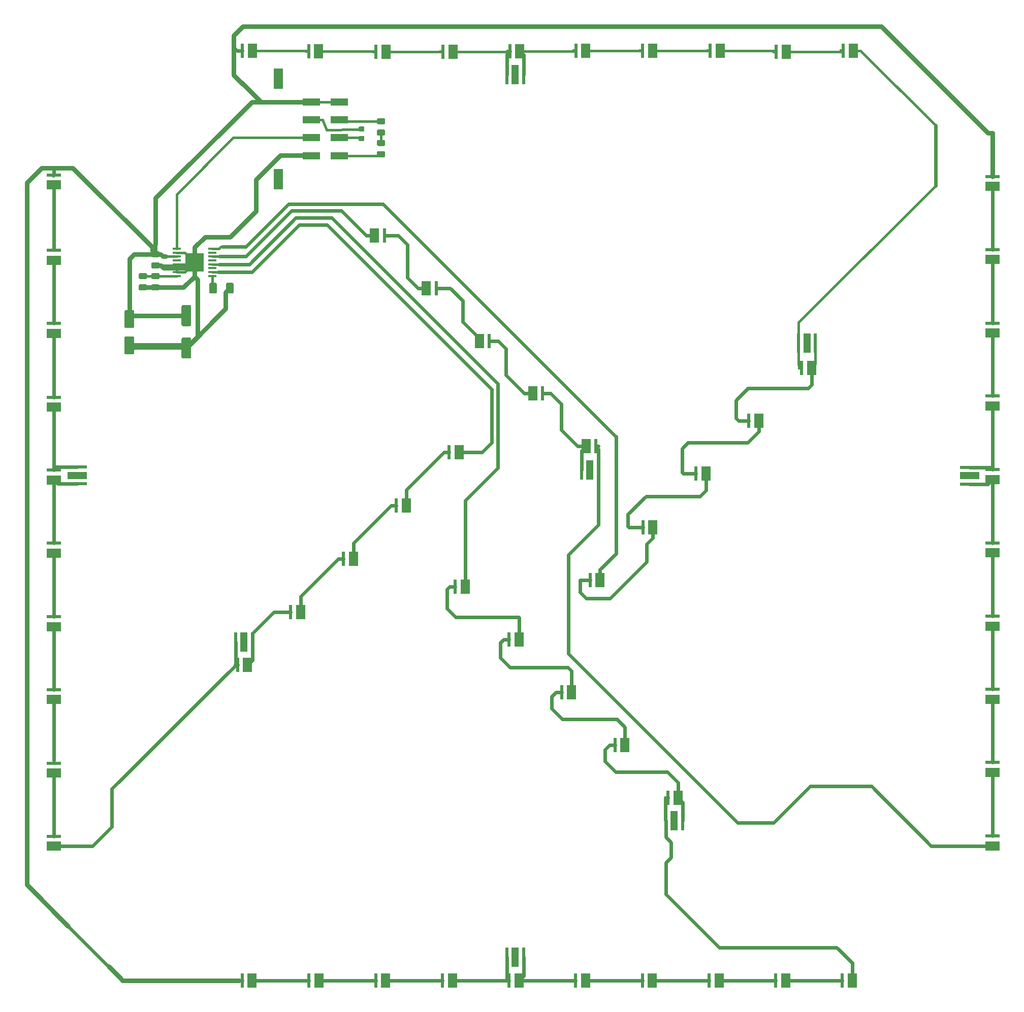
<source format=gbr>
G04 #@! TF.GenerationSoftware,KiCad,Pcbnew,(5.1.2)-2*
G04 #@! TF.CreationDate,2020-02-04T22:48:58+01:00*
G04 #@! TF.ProjectId,LED_Driver_ISSI_ALU_IS31LT3117,4c45445f-4472-4697-9665-725f49535349,rev?*
G04 #@! TF.SameCoordinates,Original*
G04 #@! TF.FileFunction,Copper,L1,Top*
G04 #@! TF.FilePolarity,Positive*
%FSLAX46Y46*%
G04 Gerber Fmt 4.6, Leading zero omitted, Abs format (unit mm)*
G04 Created by KiCad (PCBNEW (5.1.2)-2) date 2020-02-04 22:48:58*
%MOMM*%
%LPD*%
G04 APERTURE LIST*
%ADD10R,2.920000X1.270000*%
%ADD11R,1.650000X3.430000*%
%ADD12C,0.100000*%
%ADD13C,0.875000*%
%ADD14R,0.300000X0.500000*%
%ADD15R,0.600000X2.400000*%
%ADD16R,1.600000X2.400000*%
%ADD17C,0.975000*%
%ADD18C,1.600000*%
%ADD19C,1.250000*%
%ADD20R,0.500000X0.300000*%
%ADD21R,2.400000X0.600000*%
%ADD22R,2.400000X1.600000*%
%ADD23R,1.300000X3.300000*%
%ADD24R,0.500000X3.300000*%
%ADD25R,3.300000X1.300000*%
%ADD26R,3.300000X0.500000*%
%ADD27R,1.475000X0.450000*%
%ADD28R,3.100000X3.100000*%
%ADD29C,0.800000*%
%ADD30C,0.400000*%
%ADD31C,0.450000*%
%ADD32C,0.600000*%
G04 APERTURE END LIST*
D10*
X100220000Y-40175000D03*
X100220000Y-37175000D03*
X100220000Y-34175000D03*
X100220000Y-31175000D03*
X104850000Y-40175000D03*
X104850000Y-37175000D03*
X104850000Y-34175000D03*
X104850000Y-31175000D03*
D11*
X94750000Y-27290000D03*
X94750000Y-44060000D03*
D12*
G36*
X108877691Y-36863553D02*
G01*
X108898926Y-36866703D01*
X108919750Y-36871919D01*
X108939962Y-36879151D01*
X108959368Y-36888330D01*
X108977781Y-36899366D01*
X108995024Y-36912154D01*
X109010930Y-36926570D01*
X109025346Y-36942476D01*
X109038134Y-36959719D01*
X109049170Y-36978132D01*
X109058349Y-36997538D01*
X109065581Y-37017750D01*
X109070797Y-37038574D01*
X109073947Y-37059809D01*
X109075000Y-37081250D01*
X109075000Y-37518750D01*
X109073947Y-37540191D01*
X109070797Y-37561426D01*
X109065581Y-37582250D01*
X109058349Y-37602462D01*
X109049170Y-37621868D01*
X109038134Y-37640281D01*
X109025346Y-37657524D01*
X109010930Y-37673430D01*
X108995024Y-37687846D01*
X108977781Y-37700634D01*
X108959368Y-37711670D01*
X108939962Y-37720849D01*
X108919750Y-37728081D01*
X108898926Y-37733297D01*
X108877691Y-37736447D01*
X108856250Y-37737500D01*
X108343750Y-37737500D01*
X108322309Y-37736447D01*
X108301074Y-37733297D01*
X108280250Y-37728081D01*
X108260038Y-37720849D01*
X108240632Y-37711670D01*
X108222219Y-37700634D01*
X108204976Y-37687846D01*
X108189070Y-37673430D01*
X108174654Y-37657524D01*
X108161866Y-37640281D01*
X108150830Y-37621868D01*
X108141651Y-37602462D01*
X108134419Y-37582250D01*
X108129203Y-37561426D01*
X108126053Y-37540191D01*
X108125000Y-37518750D01*
X108125000Y-37081250D01*
X108126053Y-37059809D01*
X108129203Y-37038574D01*
X108134419Y-37017750D01*
X108141651Y-36997538D01*
X108150830Y-36978132D01*
X108161866Y-36959719D01*
X108174654Y-36942476D01*
X108189070Y-36926570D01*
X108204976Y-36912154D01*
X108222219Y-36899366D01*
X108240632Y-36888330D01*
X108260038Y-36879151D01*
X108280250Y-36871919D01*
X108301074Y-36866703D01*
X108322309Y-36863553D01*
X108343750Y-36862500D01*
X108856250Y-36862500D01*
X108877691Y-36863553D01*
X108877691Y-36863553D01*
G37*
D13*
X108600000Y-37300000D03*
D12*
G36*
X108877691Y-35288553D02*
G01*
X108898926Y-35291703D01*
X108919750Y-35296919D01*
X108939962Y-35304151D01*
X108959368Y-35313330D01*
X108977781Y-35324366D01*
X108995024Y-35337154D01*
X109010930Y-35351570D01*
X109025346Y-35367476D01*
X109038134Y-35384719D01*
X109049170Y-35403132D01*
X109058349Y-35422538D01*
X109065581Y-35442750D01*
X109070797Y-35463574D01*
X109073947Y-35484809D01*
X109075000Y-35506250D01*
X109075000Y-35943750D01*
X109073947Y-35965191D01*
X109070797Y-35986426D01*
X109065581Y-36007250D01*
X109058349Y-36027462D01*
X109049170Y-36046868D01*
X109038134Y-36065281D01*
X109025346Y-36082524D01*
X109010930Y-36098430D01*
X108995024Y-36112846D01*
X108977781Y-36125634D01*
X108959368Y-36136670D01*
X108939962Y-36145849D01*
X108919750Y-36153081D01*
X108898926Y-36158297D01*
X108877691Y-36161447D01*
X108856250Y-36162500D01*
X108343750Y-36162500D01*
X108322309Y-36161447D01*
X108301074Y-36158297D01*
X108280250Y-36153081D01*
X108260038Y-36145849D01*
X108240632Y-36136670D01*
X108222219Y-36125634D01*
X108204976Y-36112846D01*
X108189070Y-36098430D01*
X108174654Y-36082524D01*
X108161866Y-36065281D01*
X108150830Y-36046868D01*
X108141651Y-36027462D01*
X108134419Y-36007250D01*
X108129203Y-35986426D01*
X108126053Y-35965191D01*
X108125000Y-35943750D01*
X108125000Y-35506250D01*
X108126053Y-35484809D01*
X108129203Y-35463574D01*
X108134419Y-35442750D01*
X108141651Y-35422538D01*
X108150830Y-35403132D01*
X108161866Y-35384719D01*
X108174654Y-35367476D01*
X108189070Y-35351570D01*
X108204976Y-35337154D01*
X108222219Y-35324366D01*
X108240632Y-35313330D01*
X108260038Y-35304151D01*
X108280250Y-35296919D01*
X108301074Y-35291703D01*
X108322309Y-35288553D01*
X108343750Y-35287500D01*
X108856250Y-35287500D01*
X108877691Y-35288553D01*
X108877691Y-35288553D01*
G37*
D13*
X108600000Y-35725000D03*
D14*
X132890000Y-22740000D03*
D15*
X133340000Y-22740000D03*
D16*
X134990000Y-22740000D03*
X190540000Y-22690000D03*
D15*
X188890000Y-22690000D03*
D14*
X188440000Y-22690000D03*
X154990000Y-22690000D03*
D15*
X155440000Y-22690000D03*
D16*
X157090000Y-22690000D03*
D14*
X177290000Y-22790000D03*
D15*
X177740000Y-22790000D03*
D16*
X179390000Y-22790000D03*
X145990000Y-22690000D03*
D15*
X144340000Y-22690000D03*
D14*
X143890000Y-22690000D03*
D16*
X112640000Y-22790000D03*
D15*
X110990000Y-22790000D03*
D14*
X110540000Y-22790000D03*
X121740000Y-22790000D03*
D15*
X122190000Y-22790000D03*
D16*
X123840000Y-22790000D03*
X168390000Y-22690000D03*
D15*
X166740000Y-22690000D03*
D14*
X166290000Y-22690000D03*
D16*
X183600000Y-75550000D03*
D15*
X181950000Y-75550000D03*
D14*
X181500000Y-75550000D03*
X172700000Y-84400000D03*
D15*
X173150000Y-84400000D03*
D16*
X174800000Y-84400000D03*
D12*
G36*
X74730142Y-56113674D02*
G01*
X74753803Y-56117184D01*
X74777007Y-56122996D01*
X74799529Y-56131054D01*
X74821153Y-56141282D01*
X74841670Y-56153579D01*
X74860883Y-56167829D01*
X74878607Y-56183893D01*
X74894671Y-56201617D01*
X74908921Y-56220830D01*
X74921218Y-56241347D01*
X74931446Y-56262971D01*
X74939504Y-56285493D01*
X74945316Y-56308697D01*
X74948826Y-56332358D01*
X74950000Y-56356250D01*
X74950000Y-56843750D01*
X74948826Y-56867642D01*
X74945316Y-56891303D01*
X74939504Y-56914507D01*
X74931446Y-56937029D01*
X74921218Y-56958653D01*
X74908921Y-56979170D01*
X74894671Y-56998383D01*
X74878607Y-57016107D01*
X74860883Y-57032171D01*
X74841670Y-57046421D01*
X74821153Y-57058718D01*
X74799529Y-57068946D01*
X74777007Y-57077004D01*
X74753803Y-57082816D01*
X74730142Y-57086326D01*
X74706250Y-57087500D01*
X73793750Y-57087500D01*
X73769858Y-57086326D01*
X73746197Y-57082816D01*
X73722993Y-57077004D01*
X73700471Y-57068946D01*
X73678847Y-57058718D01*
X73658330Y-57046421D01*
X73639117Y-57032171D01*
X73621393Y-57016107D01*
X73605329Y-56998383D01*
X73591079Y-56979170D01*
X73578782Y-56958653D01*
X73568554Y-56937029D01*
X73560496Y-56914507D01*
X73554684Y-56891303D01*
X73551174Y-56867642D01*
X73550000Y-56843750D01*
X73550000Y-56356250D01*
X73551174Y-56332358D01*
X73554684Y-56308697D01*
X73560496Y-56285493D01*
X73568554Y-56262971D01*
X73578782Y-56241347D01*
X73591079Y-56220830D01*
X73605329Y-56201617D01*
X73621393Y-56183893D01*
X73639117Y-56167829D01*
X73658330Y-56153579D01*
X73678847Y-56141282D01*
X73700471Y-56131054D01*
X73722993Y-56122996D01*
X73746197Y-56117184D01*
X73769858Y-56113674D01*
X73793750Y-56112500D01*
X74706250Y-56112500D01*
X74730142Y-56113674D01*
X74730142Y-56113674D01*
G37*
D17*
X74250000Y-56600000D03*
D12*
G36*
X74730142Y-57988674D02*
G01*
X74753803Y-57992184D01*
X74777007Y-57997996D01*
X74799529Y-58006054D01*
X74821153Y-58016282D01*
X74841670Y-58028579D01*
X74860883Y-58042829D01*
X74878607Y-58058893D01*
X74894671Y-58076617D01*
X74908921Y-58095830D01*
X74921218Y-58116347D01*
X74931446Y-58137971D01*
X74939504Y-58160493D01*
X74945316Y-58183697D01*
X74948826Y-58207358D01*
X74950000Y-58231250D01*
X74950000Y-58718750D01*
X74948826Y-58742642D01*
X74945316Y-58766303D01*
X74939504Y-58789507D01*
X74931446Y-58812029D01*
X74921218Y-58833653D01*
X74908921Y-58854170D01*
X74894671Y-58873383D01*
X74878607Y-58891107D01*
X74860883Y-58907171D01*
X74841670Y-58921421D01*
X74821153Y-58933718D01*
X74799529Y-58943946D01*
X74777007Y-58952004D01*
X74753803Y-58957816D01*
X74730142Y-58961326D01*
X74706250Y-58962500D01*
X73793750Y-58962500D01*
X73769858Y-58961326D01*
X73746197Y-58957816D01*
X73722993Y-58952004D01*
X73700471Y-58943946D01*
X73678847Y-58933718D01*
X73658330Y-58921421D01*
X73639117Y-58907171D01*
X73621393Y-58891107D01*
X73605329Y-58873383D01*
X73591079Y-58854170D01*
X73578782Y-58833653D01*
X73568554Y-58812029D01*
X73560496Y-58789507D01*
X73554684Y-58766303D01*
X73551174Y-58742642D01*
X73550000Y-58718750D01*
X73550000Y-58231250D01*
X73551174Y-58207358D01*
X73554684Y-58183697D01*
X73560496Y-58160493D01*
X73568554Y-58137971D01*
X73578782Y-58116347D01*
X73591079Y-58095830D01*
X73605329Y-58076617D01*
X73621393Y-58058893D01*
X73639117Y-58042829D01*
X73658330Y-58028579D01*
X73678847Y-58016282D01*
X73700471Y-58006054D01*
X73722993Y-57997996D01*
X73746197Y-57992184D01*
X73769858Y-57988674D01*
X73793750Y-57987500D01*
X74706250Y-57987500D01*
X74730142Y-57988674D01*
X74730142Y-57988674D01*
G37*
D17*
X74250000Y-58475000D03*
D12*
G36*
X79974504Y-65101204D02*
G01*
X79998773Y-65104804D01*
X80022571Y-65110765D01*
X80045671Y-65119030D01*
X80067849Y-65129520D01*
X80088893Y-65142133D01*
X80108598Y-65156747D01*
X80126777Y-65173223D01*
X80143253Y-65191402D01*
X80157867Y-65211107D01*
X80170480Y-65232151D01*
X80180970Y-65254329D01*
X80189235Y-65277429D01*
X80195196Y-65301227D01*
X80198796Y-65325496D01*
X80200000Y-65350000D01*
X80200000Y-68350000D01*
X80198796Y-68374504D01*
X80195196Y-68398773D01*
X80189235Y-68422571D01*
X80180970Y-68445671D01*
X80170480Y-68467849D01*
X80157867Y-68488893D01*
X80143253Y-68508598D01*
X80126777Y-68526777D01*
X80108598Y-68543253D01*
X80088893Y-68557867D01*
X80067849Y-68570480D01*
X80045671Y-68580970D01*
X80022571Y-68589235D01*
X79998773Y-68595196D01*
X79974504Y-68598796D01*
X79950000Y-68600000D01*
X78850000Y-68600000D01*
X78825496Y-68598796D01*
X78801227Y-68595196D01*
X78777429Y-68589235D01*
X78754329Y-68580970D01*
X78732151Y-68570480D01*
X78711107Y-68557867D01*
X78691402Y-68543253D01*
X78673223Y-68526777D01*
X78656747Y-68508598D01*
X78642133Y-68488893D01*
X78629520Y-68467849D01*
X78619030Y-68445671D01*
X78610765Y-68422571D01*
X78604804Y-68398773D01*
X78601204Y-68374504D01*
X78600000Y-68350000D01*
X78600000Y-65350000D01*
X78601204Y-65325496D01*
X78604804Y-65301227D01*
X78610765Y-65277429D01*
X78619030Y-65254329D01*
X78629520Y-65232151D01*
X78642133Y-65211107D01*
X78656747Y-65191402D01*
X78673223Y-65173223D01*
X78691402Y-65156747D01*
X78711107Y-65142133D01*
X78732151Y-65129520D01*
X78754329Y-65119030D01*
X78777429Y-65110765D01*
X78801227Y-65104804D01*
X78825496Y-65101204D01*
X78850000Y-65100000D01*
X79950000Y-65100000D01*
X79974504Y-65101204D01*
X79974504Y-65101204D01*
G37*
D18*
X79400000Y-66850000D03*
D12*
G36*
X79974504Y-70501204D02*
G01*
X79998773Y-70504804D01*
X80022571Y-70510765D01*
X80045671Y-70519030D01*
X80067849Y-70529520D01*
X80088893Y-70542133D01*
X80108598Y-70556747D01*
X80126777Y-70573223D01*
X80143253Y-70591402D01*
X80157867Y-70611107D01*
X80170480Y-70632151D01*
X80180970Y-70654329D01*
X80189235Y-70677429D01*
X80195196Y-70701227D01*
X80198796Y-70725496D01*
X80200000Y-70750000D01*
X80200000Y-73750000D01*
X80198796Y-73774504D01*
X80195196Y-73798773D01*
X80189235Y-73822571D01*
X80180970Y-73845671D01*
X80170480Y-73867849D01*
X80157867Y-73888893D01*
X80143253Y-73908598D01*
X80126777Y-73926777D01*
X80108598Y-73943253D01*
X80088893Y-73957867D01*
X80067849Y-73970480D01*
X80045671Y-73980970D01*
X80022571Y-73989235D01*
X79998773Y-73995196D01*
X79974504Y-73998796D01*
X79950000Y-74000000D01*
X78850000Y-74000000D01*
X78825496Y-73998796D01*
X78801227Y-73995196D01*
X78777429Y-73989235D01*
X78754329Y-73980970D01*
X78732151Y-73970480D01*
X78711107Y-73957867D01*
X78691402Y-73943253D01*
X78673223Y-73926777D01*
X78656747Y-73908598D01*
X78642133Y-73888893D01*
X78629520Y-73867849D01*
X78619030Y-73845671D01*
X78610765Y-73822571D01*
X78604804Y-73798773D01*
X78601204Y-73774504D01*
X78600000Y-73750000D01*
X78600000Y-70750000D01*
X78601204Y-70725496D01*
X78604804Y-70701227D01*
X78610765Y-70677429D01*
X78619030Y-70654329D01*
X78629520Y-70632151D01*
X78642133Y-70611107D01*
X78656747Y-70591402D01*
X78673223Y-70573223D01*
X78691402Y-70556747D01*
X78711107Y-70542133D01*
X78732151Y-70529520D01*
X78754329Y-70519030D01*
X78777429Y-70510765D01*
X78801227Y-70504804D01*
X78825496Y-70501204D01*
X78850000Y-70500000D01*
X79950000Y-70500000D01*
X79974504Y-70501204D01*
X79974504Y-70501204D01*
G37*
D18*
X79400000Y-72250000D03*
D12*
G36*
X84249504Y-61376204D02*
G01*
X84273773Y-61379804D01*
X84297571Y-61385765D01*
X84320671Y-61394030D01*
X84342849Y-61404520D01*
X84363893Y-61417133D01*
X84383598Y-61431747D01*
X84401777Y-61448223D01*
X84418253Y-61466402D01*
X84432867Y-61486107D01*
X84445480Y-61507151D01*
X84455970Y-61529329D01*
X84464235Y-61552429D01*
X84470196Y-61576227D01*
X84473796Y-61600496D01*
X84475000Y-61625000D01*
X84475000Y-62875000D01*
X84473796Y-62899504D01*
X84470196Y-62923773D01*
X84464235Y-62947571D01*
X84455970Y-62970671D01*
X84445480Y-62992849D01*
X84432867Y-63013893D01*
X84418253Y-63033598D01*
X84401777Y-63051777D01*
X84383598Y-63068253D01*
X84363893Y-63082867D01*
X84342849Y-63095480D01*
X84320671Y-63105970D01*
X84297571Y-63114235D01*
X84273773Y-63120196D01*
X84249504Y-63123796D01*
X84225000Y-63125000D01*
X83475000Y-63125000D01*
X83450496Y-63123796D01*
X83426227Y-63120196D01*
X83402429Y-63114235D01*
X83379329Y-63105970D01*
X83357151Y-63095480D01*
X83336107Y-63082867D01*
X83316402Y-63068253D01*
X83298223Y-63051777D01*
X83281747Y-63033598D01*
X83267133Y-63013893D01*
X83254520Y-62992849D01*
X83244030Y-62970671D01*
X83235765Y-62947571D01*
X83229804Y-62923773D01*
X83226204Y-62899504D01*
X83225000Y-62875000D01*
X83225000Y-61625000D01*
X83226204Y-61600496D01*
X83229804Y-61576227D01*
X83235765Y-61552429D01*
X83244030Y-61529329D01*
X83254520Y-61507151D01*
X83267133Y-61486107D01*
X83281747Y-61466402D01*
X83298223Y-61448223D01*
X83316402Y-61431747D01*
X83336107Y-61417133D01*
X83357151Y-61404520D01*
X83379329Y-61394030D01*
X83402429Y-61385765D01*
X83426227Y-61379804D01*
X83450496Y-61376204D01*
X83475000Y-61375000D01*
X84225000Y-61375000D01*
X84249504Y-61376204D01*
X84249504Y-61376204D01*
G37*
D19*
X83850000Y-62250000D03*
D12*
G36*
X87049504Y-61376204D02*
G01*
X87073773Y-61379804D01*
X87097571Y-61385765D01*
X87120671Y-61394030D01*
X87142849Y-61404520D01*
X87163893Y-61417133D01*
X87183598Y-61431747D01*
X87201777Y-61448223D01*
X87218253Y-61466402D01*
X87232867Y-61486107D01*
X87245480Y-61507151D01*
X87255970Y-61529329D01*
X87264235Y-61552429D01*
X87270196Y-61576227D01*
X87273796Y-61600496D01*
X87275000Y-61625000D01*
X87275000Y-62875000D01*
X87273796Y-62899504D01*
X87270196Y-62923773D01*
X87264235Y-62947571D01*
X87255970Y-62970671D01*
X87245480Y-62992849D01*
X87232867Y-63013893D01*
X87218253Y-63033598D01*
X87201777Y-63051777D01*
X87183598Y-63068253D01*
X87163893Y-63082867D01*
X87142849Y-63095480D01*
X87120671Y-63105970D01*
X87097571Y-63114235D01*
X87073773Y-63120196D01*
X87049504Y-63123796D01*
X87025000Y-63125000D01*
X86275000Y-63125000D01*
X86250496Y-63123796D01*
X86226227Y-63120196D01*
X86202429Y-63114235D01*
X86179329Y-63105970D01*
X86157151Y-63095480D01*
X86136107Y-63082867D01*
X86116402Y-63068253D01*
X86098223Y-63051777D01*
X86081747Y-63033598D01*
X86067133Y-63013893D01*
X86054520Y-62992849D01*
X86044030Y-62970671D01*
X86035765Y-62947571D01*
X86029804Y-62923773D01*
X86026204Y-62899504D01*
X86025000Y-62875000D01*
X86025000Y-61625000D01*
X86026204Y-61600496D01*
X86029804Y-61576227D01*
X86035765Y-61552429D01*
X86044030Y-61529329D01*
X86054520Y-61507151D01*
X86067133Y-61486107D01*
X86081747Y-61466402D01*
X86098223Y-61448223D01*
X86116402Y-61431747D01*
X86136107Y-61417133D01*
X86157151Y-61404520D01*
X86179329Y-61394030D01*
X86202429Y-61385765D01*
X86226227Y-61379804D01*
X86250496Y-61376204D01*
X86275000Y-61375000D01*
X87025000Y-61375000D01*
X87049504Y-61376204D01*
X87049504Y-61376204D01*
G37*
D19*
X86650000Y-62250000D03*
D16*
X90400000Y-22700000D03*
D15*
X88750000Y-22700000D03*
D14*
X88300000Y-22700000D03*
X99350000Y-22750000D03*
D15*
X99800000Y-22750000D03*
D16*
X101450000Y-22750000D03*
D14*
X163900000Y-93200000D03*
D15*
X164350000Y-93200000D03*
D16*
X166000000Y-93200000D03*
X157150000Y-102150000D03*
D15*
X155500000Y-102150000D03*
D14*
X155050000Y-102150000D03*
X146250000Y-111000000D03*
D15*
X146700000Y-111000000D03*
D16*
X148350000Y-111000000D03*
D20*
X213800000Y-43200000D03*
D21*
X213800000Y-43650000D03*
D22*
X213800000Y-45300000D03*
X213800000Y-57500000D03*
D21*
X213800000Y-55850000D03*
D20*
X213800000Y-55400000D03*
D22*
X213800000Y-69750000D03*
D21*
X213800000Y-68100000D03*
D20*
X213800000Y-67650000D03*
X213800000Y-79800000D03*
D21*
X213800000Y-80250000D03*
D22*
X213800000Y-81900000D03*
D20*
X213800000Y-92100000D03*
D21*
X213800000Y-92550000D03*
D22*
X213800000Y-94200000D03*
D20*
X213800000Y-104300000D03*
D21*
X213800000Y-104750000D03*
D22*
X213800000Y-106400000D03*
X213800000Y-118650000D03*
D21*
X213800000Y-117000000D03*
D20*
X213800000Y-116550000D03*
X213800000Y-128750000D03*
D21*
X213800000Y-129200000D03*
D22*
X213800000Y-130850000D03*
X213800000Y-143050000D03*
D21*
X213800000Y-141400000D03*
D20*
X213800000Y-140950000D03*
X213800000Y-153200000D03*
D21*
X213800000Y-153650000D03*
D22*
X213800000Y-155300000D03*
D16*
X146000000Y-88650000D03*
D15*
X147650000Y-88650000D03*
D14*
X148100000Y-88650000D03*
X139250000Y-79850000D03*
D15*
X138800000Y-79850000D03*
D16*
X137150000Y-79850000D03*
X128250000Y-71050000D03*
D15*
X129900000Y-71050000D03*
D14*
X130350000Y-71050000D03*
X121500000Y-62250000D03*
D15*
X121050000Y-62250000D03*
D16*
X119400000Y-62250000D03*
X110750000Y-53500000D03*
D15*
X112400000Y-53500000D03*
D14*
X112850000Y-53500000D03*
D16*
X90350000Y-177750000D03*
D15*
X88700000Y-177750000D03*
D14*
X88250000Y-177750000D03*
X99400000Y-177800000D03*
D15*
X99850000Y-177800000D03*
D16*
X101500000Y-177800000D03*
D14*
X110500000Y-177800000D03*
D15*
X110950000Y-177800000D03*
D16*
X112600000Y-177800000D03*
X123750000Y-177800000D03*
D15*
X122100000Y-177800000D03*
D14*
X121650000Y-177800000D03*
X132750000Y-177800000D03*
D15*
X133200000Y-177800000D03*
D16*
X134850000Y-177800000D03*
X145950000Y-177800000D03*
D15*
X144300000Y-177800000D03*
D14*
X143850000Y-177800000D03*
D16*
X157050000Y-177800000D03*
D15*
X155400000Y-177800000D03*
D14*
X154950000Y-177800000D03*
D16*
X168200000Y-177800000D03*
D15*
X166550000Y-177800000D03*
D14*
X166100000Y-177800000D03*
X177200000Y-177750000D03*
D15*
X177650000Y-177750000D03*
D16*
X179300000Y-177750000D03*
X190400000Y-177800000D03*
D15*
X188750000Y-177800000D03*
D14*
X188300000Y-177800000D03*
X159250000Y-147300000D03*
D15*
X159700000Y-147300000D03*
D16*
X161350000Y-147300000D03*
X152500000Y-138500000D03*
D15*
X150850000Y-138500000D03*
D14*
X150400000Y-138500000D03*
X141500000Y-129650000D03*
D15*
X141950000Y-129650000D03*
D16*
X143600000Y-129650000D03*
X134850000Y-120850000D03*
D15*
X133200000Y-120850000D03*
D14*
X132750000Y-120850000D03*
X123750000Y-112050000D03*
D15*
X124200000Y-112050000D03*
D16*
X125850000Y-112050000D03*
D20*
X57300000Y-42950000D03*
D21*
X57300000Y-43400000D03*
D22*
X57300000Y-45050000D03*
X57300000Y-57600000D03*
D21*
X57300000Y-55950000D03*
D20*
X57300000Y-55500000D03*
D22*
X57350000Y-69800000D03*
D21*
X57350000Y-68150000D03*
D20*
X57350000Y-67700000D03*
X57350000Y-80000000D03*
D21*
X57350000Y-80450000D03*
D22*
X57350000Y-82100000D03*
X57350000Y-94250000D03*
D21*
X57350000Y-92600000D03*
D20*
X57350000Y-92150000D03*
X57300000Y-104350000D03*
D21*
X57300000Y-104800000D03*
D22*
X57300000Y-106450000D03*
X57350000Y-118750000D03*
D21*
X57350000Y-117100000D03*
D20*
X57350000Y-116650000D03*
X57350000Y-128800000D03*
D21*
X57350000Y-129250000D03*
D22*
X57350000Y-130900000D03*
X57350000Y-143150000D03*
D21*
X57350000Y-141500000D03*
D20*
X57350000Y-141050000D03*
X57350000Y-153250000D03*
D21*
X57350000Y-153700000D03*
D22*
X57350000Y-155350000D03*
D16*
X89600000Y-125150000D03*
D15*
X87950000Y-125150000D03*
D14*
X87500000Y-125150000D03*
X96350000Y-116300000D03*
D15*
X96800000Y-116300000D03*
D16*
X98450000Y-116300000D03*
X107250000Y-107400000D03*
D15*
X105600000Y-107400000D03*
D14*
X105150000Y-107400000D03*
X113950000Y-98550000D03*
D15*
X114400000Y-98550000D03*
D16*
X116050000Y-98550000D03*
X124850000Y-89650000D03*
D15*
X123200000Y-89650000D03*
D14*
X122750000Y-89650000D03*
D23*
X182850000Y-71400000D03*
D24*
X181450000Y-71400000D03*
X184250000Y-71400000D03*
X135600000Y-26650000D03*
X132800000Y-26650000D03*
D23*
X134200000Y-26650000D03*
D25*
X209950000Y-93550000D03*
D26*
X209950000Y-92150000D03*
X209950000Y-94950000D03*
D24*
X145250000Y-92600000D03*
X148050000Y-92600000D03*
D23*
X146650000Y-92600000D03*
X134200000Y-173850000D03*
D24*
X132800000Y-173850000D03*
X135600000Y-173850000D03*
X162100000Y-151100000D03*
X159300000Y-151100000D03*
D23*
X160700000Y-151100000D03*
X89000000Y-121300000D03*
D24*
X87600000Y-121300000D03*
X90400000Y-121300000D03*
D26*
X61200000Y-94900000D03*
X61200000Y-92100000D03*
D25*
X61200000Y-93500000D03*
D27*
X77812000Y-55675000D03*
X77812000Y-56325000D03*
X77812000Y-56975000D03*
X77812000Y-57625000D03*
X77812000Y-58275000D03*
X77812000Y-58925000D03*
X77812000Y-59575000D03*
X77812000Y-60225000D03*
X83688000Y-60225000D03*
X83688000Y-59575000D03*
X83688000Y-58925000D03*
X83688000Y-58275000D03*
X83688000Y-57625000D03*
X83688000Y-56975000D03*
X83688000Y-56325000D03*
X83688000Y-55675000D03*
D28*
X80750000Y-57950000D03*
D12*
G36*
X112330142Y-33938674D02*
G01*
X112353803Y-33942184D01*
X112377007Y-33947996D01*
X112399529Y-33956054D01*
X112421153Y-33966282D01*
X112441670Y-33978579D01*
X112460883Y-33992829D01*
X112478607Y-34008893D01*
X112494671Y-34026617D01*
X112508921Y-34045830D01*
X112521218Y-34066347D01*
X112531446Y-34087971D01*
X112539504Y-34110493D01*
X112545316Y-34133697D01*
X112548826Y-34157358D01*
X112550000Y-34181250D01*
X112550000Y-34668750D01*
X112548826Y-34692642D01*
X112545316Y-34716303D01*
X112539504Y-34739507D01*
X112531446Y-34762029D01*
X112521218Y-34783653D01*
X112508921Y-34804170D01*
X112494671Y-34823383D01*
X112478607Y-34841107D01*
X112460883Y-34857171D01*
X112441670Y-34871421D01*
X112421153Y-34883718D01*
X112399529Y-34893946D01*
X112377007Y-34902004D01*
X112353803Y-34907816D01*
X112330142Y-34911326D01*
X112306250Y-34912500D01*
X111393750Y-34912500D01*
X111369858Y-34911326D01*
X111346197Y-34907816D01*
X111322993Y-34902004D01*
X111300471Y-34893946D01*
X111278847Y-34883718D01*
X111258330Y-34871421D01*
X111239117Y-34857171D01*
X111221393Y-34841107D01*
X111205329Y-34823383D01*
X111191079Y-34804170D01*
X111178782Y-34783653D01*
X111168554Y-34762029D01*
X111160496Y-34739507D01*
X111154684Y-34716303D01*
X111151174Y-34692642D01*
X111150000Y-34668750D01*
X111150000Y-34181250D01*
X111151174Y-34157358D01*
X111154684Y-34133697D01*
X111160496Y-34110493D01*
X111168554Y-34087971D01*
X111178782Y-34066347D01*
X111191079Y-34045830D01*
X111205329Y-34026617D01*
X111221393Y-34008893D01*
X111239117Y-33992829D01*
X111258330Y-33978579D01*
X111278847Y-33966282D01*
X111300471Y-33956054D01*
X111322993Y-33947996D01*
X111346197Y-33942184D01*
X111369858Y-33938674D01*
X111393750Y-33937500D01*
X112306250Y-33937500D01*
X112330142Y-33938674D01*
X112330142Y-33938674D01*
G37*
D17*
X111850000Y-34425000D03*
D12*
G36*
X112330142Y-35813674D02*
G01*
X112353803Y-35817184D01*
X112377007Y-35822996D01*
X112399529Y-35831054D01*
X112421153Y-35841282D01*
X112441670Y-35853579D01*
X112460883Y-35867829D01*
X112478607Y-35883893D01*
X112494671Y-35901617D01*
X112508921Y-35920830D01*
X112521218Y-35941347D01*
X112531446Y-35962971D01*
X112539504Y-35985493D01*
X112545316Y-36008697D01*
X112548826Y-36032358D01*
X112550000Y-36056250D01*
X112550000Y-36543750D01*
X112548826Y-36567642D01*
X112545316Y-36591303D01*
X112539504Y-36614507D01*
X112531446Y-36637029D01*
X112521218Y-36658653D01*
X112508921Y-36679170D01*
X112494671Y-36698383D01*
X112478607Y-36716107D01*
X112460883Y-36732171D01*
X112441670Y-36746421D01*
X112421153Y-36758718D01*
X112399529Y-36768946D01*
X112377007Y-36777004D01*
X112353803Y-36782816D01*
X112330142Y-36786326D01*
X112306250Y-36787500D01*
X111393750Y-36787500D01*
X111369858Y-36786326D01*
X111346197Y-36782816D01*
X111322993Y-36777004D01*
X111300471Y-36768946D01*
X111278847Y-36758718D01*
X111258330Y-36746421D01*
X111239117Y-36732171D01*
X111221393Y-36716107D01*
X111205329Y-36698383D01*
X111191079Y-36679170D01*
X111178782Y-36658653D01*
X111168554Y-36637029D01*
X111160496Y-36614507D01*
X111154684Y-36591303D01*
X111151174Y-36567642D01*
X111150000Y-36543750D01*
X111150000Y-36056250D01*
X111151174Y-36032358D01*
X111154684Y-36008697D01*
X111160496Y-35985493D01*
X111168554Y-35962971D01*
X111178782Y-35941347D01*
X111191079Y-35920830D01*
X111205329Y-35901617D01*
X111221393Y-35883893D01*
X111239117Y-35867829D01*
X111258330Y-35853579D01*
X111278847Y-35841282D01*
X111300471Y-35831054D01*
X111322993Y-35822996D01*
X111346197Y-35817184D01*
X111369858Y-35813674D01*
X111393750Y-35812500D01*
X112306250Y-35812500D01*
X112330142Y-35813674D01*
X112330142Y-35813674D01*
G37*
D17*
X111850000Y-36300000D03*
D12*
G36*
X74730142Y-59763674D02*
G01*
X74753803Y-59767184D01*
X74777007Y-59772996D01*
X74799529Y-59781054D01*
X74821153Y-59791282D01*
X74841670Y-59803579D01*
X74860883Y-59817829D01*
X74878607Y-59833893D01*
X74894671Y-59851617D01*
X74908921Y-59870830D01*
X74921218Y-59891347D01*
X74931446Y-59912971D01*
X74939504Y-59935493D01*
X74945316Y-59958697D01*
X74948826Y-59982358D01*
X74950000Y-60006250D01*
X74950000Y-60493750D01*
X74948826Y-60517642D01*
X74945316Y-60541303D01*
X74939504Y-60564507D01*
X74931446Y-60587029D01*
X74921218Y-60608653D01*
X74908921Y-60629170D01*
X74894671Y-60648383D01*
X74878607Y-60666107D01*
X74860883Y-60682171D01*
X74841670Y-60696421D01*
X74821153Y-60708718D01*
X74799529Y-60718946D01*
X74777007Y-60727004D01*
X74753803Y-60732816D01*
X74730142Y-60736326D01*
X74706250Y-60737500D01*
X73793750Y-60737500D01*
X73769858Y-60736326D01*
X73746197Y-60732816D01*
X73722993Y-60727004D01*
X73700471Y-60718946D01*
X73678847Y-60708718D01*
X73658330Y-60696421D01*
X73639117Y-60682171D01*
X73621393Y-60666107D01*
X73605329Y-60648383D01*
X73591079Y-60629170D01*
X73578782Y-60608653D01*
X73568554Y-60587029D01*
X73560496Y-60564507D01*
X73554684Y-60541303D01*
X73551174Y-60517642D01*
X73550000Y-60493750D01*
X73550000Y-60006250D01*
X73551174Y-59982358D01*
X73554684Y-59958697D01*
X73560496Y-59935493D01*
X73568554Y-59912971D01*
X73578782Y-59891347D01*
X73591079Y-59870830D01*
X73605329Y-59851617D01*
X73621393Y-59833893D01*
X73639117Y-59817829D01*
X73658330Y-59803579D01*
X73678847Y-59791282D01*
X73700471Y-59781054D01*
X73722993Y-59772996D01*
X73746197Y-59767184D01*
X73769858Y-59763674D01*
X73793750Y-59762500D01*
X74706250Y-59762500D01*
X74730142Y-59763674D01*
X74730142Y-59763674D01*
G37*
D17*
X74250000Y-60250000D03*
D12*
G36*
X74730142Y-61638674D02*
G01*
X74753803Y-61642184D01*
X74777007Y-61647996D01*
X74799529Y-61656054D01*
X74821153Y-61666282D01*
X74841670Y-61678579D01*
X74860883Y-61692829D01*
X74878607Y-61708893D01*
X74894671Y-61726617D01*
X74908921Y-61745830D01*
X74921218Y-61766347D01*
X74931446Y-61787971D01*
X74939504Y-61810493D01*
X74945316Y-61833697D01*
X74948826Y-61857358D01*
X74950000Y-61881250D01*
X74950000Y-62368750D01*
X74948826Y-62392642D01*
X74945316Y-62416303D01*
X74939504Y-62439507D01*
X74931446Y-62462029D01*
X74921218Y-62483653D01*
X74908921Y-62504170D01*
X74894671Y-62523383D01*
X74878607Y-62541107D01*
X74860883Y-62557171D01*
X74841670Y-62571421D01*
X74821153Y-62583718D01*
X74799529Y-62593946D01*
X74777007Y-62602004D01*
X74753803Y-62607816D01*
X74730142Y-62611326D01*
X74706250Y-62612500D01*
X73793750Y-62612500D01*
X73769858Y-62611326D01*
X73746197Y-62607816D01*
X73722993Y-62602004D01*
X73700471Y-62593946D01*
X73678847Y-62583718D01*
X73658330Y-62571421D01*
X73639117Y-62557171D01*
X73621393Y-62541107D01*
X73605329Y-62523383D01*
X73591079Y-62504170D01*
X73578782Y-62483653D01*
X73568554Y-62462029D01*
X73560496Y-62439507D01*
X73554684Y-62416303D01*
X73551174Y-62392642D01*
X73550000Y-62368750D01*
X73550000Y-61881250D01*
X73551174Y-61857358D01*
X73554684Y-61833697D01*
X73560496Y-61810493D01*
X73568554Y-61787971D01*
X73578782Y-61766347D01*
X73591079Y-61745830D01*
X73605329Y-61726617D01*
X73621393Y-61708893D01*
X73639117Y-61692829D01*
X73658330Y-61678579D01*
X73678847Y-61666282D01*
X73700471Y-61656054D01*
X73722993Y-61647996D01*
X73746197Y-61642184D01*
X73769858Y-61638674D01*
X73793750Y-61637500D01*
X74706250Y-61637500D01*
X74730142Y-61638674D01*
X74730142Y-61638674D01*
G37*
D17*
X74250000Y-62125000D03*
D12*
G36*
X72630142Y-61638674D02*
G01*
X72653803Y-61642184D01*
X72677007Y-61647996D01*
X72699529Y-61656054D01*
X72721153Y-61666282D01*
X72741670Y-61678579D01*
X72760883Y-61692829D01*
X72778607Y-61708893D01*
X72794671Y-61726617D01*
X72808921Y-61745830D01*
X72821218Y-61766347D01*
X72831446Y-61787971D01*
X72839504Y-61810493D01*
X72845316Y-61833697D01*
X72848826Y-61857358D01*
X72850000Y-61881250D01*
X72850000Y-62368750D01*
X72848826Y-62392642D01*
X72845316Y-62416303D01*
X72839504Y-62439507D01*
X72831446Y-62462029D01*
X72821218Y-62483653D01*
X72808921Y-62504170D01*
X72794671Y-62523383D01*
X72778607Y-62541107D01*
X72760883Y-62557171D01*
X72741670Y-62571421D01*
X72721153Y-62583718D01*
X72699529Y-62593946D01*
X72677007Y-62602004D01*
X72653803Y-62607816D01*
X72630142Y-62611326D01*
X72606250Y-62612500D01*
X71693750Y-62612500D01*
X71669858Y-62611326D01*
X71646197Y-62607816D01*
X71622993Y-62602004D01*
X71600471Y-62593946D01*
X71578847Y-62583718D01*
X71558330Y-62571421D01*
X71539117Y-62557171D01*
X71521393Y-62541107D01*
X71505329Y-62523383D01*
X71491079Y-62504170D01*
X71478782Y-62483653D01*
X71468554Y-62462029D01*
X71460496Y-62439507D01*
X71454684Y-62416303D01*
X71451174Y-62392642D01*
X71450000Y-62368750D01*
X71450000Y-61881250D01*
X71451174Y-61857358D01*
X71454684Y-61833697D01*
X71460496Y-61810493D01*
X71468554Y-61787971D01*
X71478782Y-61766347D01*
X71491079Y-61745830D01*
X71505329Y-61726617D01*
X71521393Y-61708893D01*
X71539117Y-61692829D01*
X71558330Y-61678579D01*
X71578847Y-61666282D01*
X71600471Y-61656054D01*
X71622993Y-61647996D01*
X71646197Y-61642184D01*
X71669858Y-61638674D01*
X71693750Y-61637500D01*
X72606250Y-61637500D01*
X72630142Y-61638674D01*
X72630142Y-61638674D01*
G37*
D17*
X72150000Y-62125000D03*
D12*
G36*
X72630142Y-59763674D02*
G01*
X72653803Y-59767184D01*
X72677007Y-59772996D01*
X72699529Y-59781054D01*
X72721153Y-59791282D01*
X72741670Y-59803579D01*
X72760883Y-59817829D01*
X72778607Y-59833893D01*
X72794671Y-59851617D01*
X72808921Y-59870830D01*
X72821218Y-59891347D01*
X72831446Y-59912971D01*
X72839504Y-59935493D01*
X72845316Y-59958697D01*
X72848826Y-59982358D01*
X72850000Y-60006250D01*
X72850000Y-60493750D01*
X72848826Y-60517642D01*
X72845316Y-60541303D01*
X72839504Y-60564507D01*
X72831446Y-60587029D01*
X72821218Y-60608653D01*
X72808921Y-60629170D01*
X72794671Y-60648383D01*
X72778607Y-60666107D01*
X72760883Y-60682171D01*
X72741670Y-60696421D01*
X72721153Y-60708718D01*
X72699529Y-60718946D01*
X72677007Y-60727004D01*
X72653803Y-60732816D01*
X72630142Y-60736326D01*
X72606250Y-60737500D01*
X71693750Y-60737500D01*
X71669858Y-60736326D01*
X71646197Y-60732816D01*
X71622993Y-60727004D01*
X71600471Y-60718946D01*
X71578847Y-60708718D01*
X71558330Y-60696421D01*
X71539117Y-60682171D01*
X71521393Y-60666107D01*
X71505329Y-60648383D01*
X71491079Y-60629170D01*
X71478782Y-60608653D01*
X71468554Y-60587029D01*
X71460496Y-60564507D01*
X71454684Y-60541303D01*
X71451174Y-60517642D01*
X71450000Y-60493750D01*
X71450000Y-60006250D01*
X71451174Y-59982358D01*
X71454684Y-59958697D01*
X71460496Y-59935493D01*
X71468554Y-59912971D01*
X71478782Y-59891347D01*
X71491079Y-59870830D01*
X71505329Y-59851617D01*
X71521393Y-59833893D01*
X71539117Y-59817829D01*
X71558330Y-59803579D01*
X71578847Y-59791282D01*
X71600471Y-59781054D01*
X71622993Y-59772996D01*
X71646197Y-59767184D01*
X71669858Y-59763674D01*
X71693750Y-59762500D01*
X72606250Y-59762500D01*
X72630142Y-59763674D01*
X72630142Y-59763674D01*
G37*
D17*
X72150000Y-60250000D03*
D12*
G36*
X112330142Y-39438674D02*
G01*
X112353803Y-39442184D01*
X112377007Y-39447996D01*
X112399529Y-39456054D01*
X112421153Y-39466282D01*
X112441670Y-39478579D01*
X112460883Y-39492829D01*
X112478607Y-39508893D01*
X112494671Y-39526617D01*
X112508921Y-39545830D01*
X112521218Y-39566347D01*
X112531446Y-39587971D01*
X112539504Y-39610493D01*
X112545316Y-39633697D01*
X112548826Y-39657358D01*
X112550000Y-39681250D01*
X112550000Y-40168750D01*
X112548826Y-40192642D01*
X112545316Y-40216303D01*
X112539504Y-40239507D01*
X112531446Y-40262029D01*
X112521218Y-40283653D01*
X112508921Y-40304170D01*
X112494671Y-40323383D01*
X112478607Y-40341107D01*
X112460883Y-40357171D01*
X112441670Y-40371421D01*
X112421153Y-40383718D01*
X112399529Y-40393946D01*
X112377007Y-40402004D01*
X112353803Y-40407816D01*
X112330142Y-40411326D01*
X112306250Y-40412500D01*
X111393750Y-40412500D01*
X111369858Y-40411326D01*
X111346197Y-40407816D01*
X111322993Y-40402004D01*
X111300471Y-40393946D01*
X111278847Y-40383718D01*
X111258330Y-40371421D01*
X111239117Y-40357171D01*
X111221393Y-40341107D01*
X111205329Y-40323383D01*
X111191079Y-40304170D01*
X111178782Y-40283653D01*
X111168554Y-40262029D01*
X111160496Y-40239507D01*
X111154684Y-40216303D01*
X111151174Y-40192642D01*
X111150000Y-40168750D01*
X111150000Y-39681250D01*
X111151174Y-39657358D01*
X111154684Y-39633697D01*
X111160496Y-39610493D01*
X111168554Y-39587971D01*
X111178782Y-39566347D01*
X111191079Y-39545830D01*
X111205329Y-39526617D01*
X111221393Y-39508893D01*
X111239117Y-39492829D01*
X111258330Y-39478579D01*
X111278847Y-39466282D01*
X111300471Y-39456054D01*
X111322993Y-39447996D01*
X111346197Y-39442184D01*
X111369858Y-39438674D01*
X111393750Y-39437500D01*
X112306250Y-39437500D01*
X112330142Y-39438674D01*
X112330142Y-39438674D01*
G37*
D17*
X111850000Y-39925000D03*
D12*
G36*
X112330142Y-37563674D02*
G01*
X112353803Y-37567184D01*
X112377007Y-37572996D01*
X112399529Y-37581054D01*
X112421153Y-37591282D01*
X112441670Y-37603579D01*
X112460883Y-37617829D01*
X112478607Y-37633893D01*
X112494671Y-37651617D01*
X112508921Y-37670830D01*
X112521218Y-37691347D01*
X112531446Y-37712971D01*
X112539504Y-37735493D01*
X112545316Y-37758697D01*
X112548826Y-37782358D01*
X112550000Y-37806250D01*
X112550000Y-38293750D01*
X112548826Y-38317642D01*
X112545316Y-38341303D01*
X112539504Y-38364507D01*
X112531446Y-38387029D01*
X112521218Y-38408653D01*
X112508921Y-38429170D01*
X112494671Y-38448383D01*
X112478607Y-38466107D01*
X112460883Y-38482171D01*
X112441670Y-38496421D01*
X112421153Y-38508718D01*
X112399529Y-38518946D01*
X112377007Y-38527004D01*
X112353803Y-38532816D01*
X112330142Y-38536326D01*
X112306250Y-38537500D01*
X111393750Y-38537500D01*
X111369858Y-38536326D01*
X111346197Y-38532816D01*
X111322993Y-38527004D01*
X111300471Y-38518946D01*
X111278847Y-38508718D01*
X111258330Y-38496421D01*
X111239117Y-38482171D01*
X111221393Y-38466107D01*
X111205329Y-38448383D01*
X111191079Y-38429170D01*
X111178782Y-38408653D01*
X111168554Y-38387029D01*
X111160496Y-38364507D01*
X111154684Y-38341303D01*
X111151174Y-38317642D01*
X111150000Y-38293750D01*
X111150000Y-37806250D01*
X111151174Y-37782358D01*
X111154684Y-37758697D01*
X111160496Y-37735493D01*
X111168554Y-37712971D01*
X111178782Y-37691347D01*
X111191079Y-37670830D01*
X111205329Y-37651617D01*
X111221393Y-37633893D01*
X111239117Y-37617829D01*
X111258330Y-37603579D01*
X111278847Y-37591282D01*
X111300471Y-37581054D01*
X111322993Y-37572996D01*
X111346197Y-37567184D01*
X111369858Y-37563674D01*
X111393750Y-37562500D01*
X112306250Y-37562500D01*
X112330142Y-37563674D01*
X112330142Y-37563674D01*
G37*
D17*
X111850000Y-38050000D03*
D12*
G36*
X70474504Y-65901204D02*
G01*
X70498773Y-65904804D01*
X70522571Y-65910765D01*
X70545671Y-65919030D01*
X70567849Y-65929520D01*
X70588893Y-65942133D01*
X70608598Y-65956747D01*
X70626777Y-65973223D01*
X70643253Y-65991402D01*
X70657867Y-66011107D01*
X70670480Y-66032151D01*
X70680970Y-66054329D01*
X70689235Y-66077429D01*
X70695196Y-66101227D01*
X70698796Y-66125496D01*
X70700000Y-66150000D01*
X70700000Y-68650000D01*
X70698796Y-68674504D01*
X70695196Y-68698773D01*
X70689235Y-68722571D01*
X70680970Y-68745671D01*
X70670480Y-68767849D01*
X70657867Y-68788893D01*
X70643253Y-68808598D01*
X70626777Y-68826777D01*
X70608598Y-68843253D01*
X70588893Y-68857867D01*
X70567849Y-68870480D01*
X70545671Y-68880970D01*
X70522571Y-68889235D01*
X70498773Y-68895196D01*
X70474504Y-68898796D01*
X70450000Y-68900000D01*
X69350000Y-68900000D01*
X69325496Y-68898796D01*
X69301227Y-68895196D01*
X69277429Y-68889235D01*
X69254329Y-68880970D01*
X69232151Y-68870480D01*
X69211107Y-68857867D01*
X69191402Y-68843253D01*
X69173223Y-68826777D01*
X69156747Y-68808598D01*
X69142133Y-68788893D01*
X69129520Y-68767849D01*
X69119030Y-68745671D01*
X69110765Y-68722571D01*
X69104804Y-68698773D01*
X69101204Y-68674504D01*
X69100000Y-68650000D01*
X69100000Y-66150000D01*
X69101204Y-66125496D01*
X69104804Y-66101227D01*
X69110765Y-66077429D01*
X69119030Y-66054329D01*
X69129520Y-66032151D01*
X69142133Y-66011107D01*
X69156747Y-65991402D01*
X69173223Y-65973223D01*
X69191402Y-65956747D01*
X69211107Y-65942133D01*
X69232151Y-65929520D01*
X69254329Y-65919030D01*
X69277429Y-65910765D01*
X69301227Y-65904804D01*
X69325496Y-65901204D01*
X69350000Y-65900000D01*
X70450000Y-65900000D01*
X70474504Y-65901204D01*
X70474504Y-65901204D01*
G37*
D18*
X69900000Y-67400000D03*
D12*
G36*
X70474504Y-70301204D02*
G01*
X70498773Y-70304804D01*
X70522571Y-70310765D01*
X70545671Y-70319030D01*
X70567849Y-70329520D01*
X70588893Y-70342133D01*
X70608598Y-70356747D01*
X70626777Y-70373223D01*
X70643253Y-70391402D01*
X70657867Y-70411107D01*
X70670480Y-70432151D01*
X70680970Y-70454329D01*
X70689235Y-70477429D01*
X70695196Y-70501227D01*
X70698796Y-70525496D01*
X70700000Y-70550000D01*
X70700000Y-73050000D01*
X70698796Y-73074504D01*
X70695196Y-73098773D01*
X70689235Y-73122571D01*
X70680970Y-73145671D01*
X70670480Y-73167849D01*
X70657867Y-73188893D01*
X70643253Y-73208598D01*
X70626777Y-73226777D01*
X70608598Y-73243253D01*
X70588893Y-73257867D01*
X70567849Y-73270480D01*
X70545671Y-73280970D01*
X70522571Y-73289235D01*
X70498773Y-73295196D01*
X70474504Y-73298796D01*
X70450000Y-73300000D01*
X69350000Y-73300000D01*
X69325496Y-73298796D01*
X69301227Y-73295196D01*
X69277429Y-73289235D01*
X69254329Y-73280970D01*
X69232151Y-73270480D01*
X69211107Y-73257867D01*
X69191402Y-73243253D01*
X69173223Y-73226777D01*
X69156747Y-73208598D01*
X69142133Y-73188893D01*
X69129520Y-73167849D01*
X69119030Y-73145671D01*
X69110765Y-73122571D01*
X69104804Y-73098773D01*
X69101204Y-73074504D01*
X69100000Y-73050000D01*
X69100000Y-70550000D01*
X69101204Y-70525496D01*
X69104804Y-70501227D01*
X69110765Y-70477429D01*
X69119030Y-70454329D01*
X69129520Y-70432151D01*
X69142133Y-70411107D01*
X69156747Y-70391402D01*
X69173223Y-70373223D01*
X69191402Y-70356747D01*
X69211107Y-70342133D01*
X69232151Y-70329520D01*
X69254329Y-70319030D01*
X69277429Y-70310765D01*
X69301227Y-70304804D01*
X69325496Y-70301204D01*
X69350000Y-70300000D01*
X70450000Y-70300000D01*
X70474504Y-70301204D01*
X70474504Y-70301204D01*
G37*
D18*
X69900000Y-71800000D03*
D29*
X74250000Y-62125000D02*
X72150000Y-62125000D01*
X80270710Y-71379290D02*
X79400000Y-72250000D01*
X80800010Y-70849990D02*
X80270710Y-71379290D01*
D30*
X77612000Y-58475000D02*
X77812000Y-58275000D01*
X77812000Y-58925000D02*
X77812000Y-58275000D01*
X77812000Y-59575000D02*
X77812000Y-58925000D01*
X79125000Y-56325000D02*
X80750000Y-57950000D01*
X77812000Y-56325000D02*
X79125000Y-56325000D01*
X80425000Y-58275000D02*
X80750000Y-57950000D01*
X77812000Y-58275000D02*
X80425000Y-58275000D01*
X79125000Y-59575000D02*
X80750000Y-57950000D01*
X77812000Y-59575000D02*
X79125000Y-59575000D01*
X70650000Y-72250000D02*
X70200000Y-72700000D01*
X79400000Y-72250000D02*
X70650000Y-72250000D01*
D29*
X78950000Y-71800000D02*
X79400000Y-72250000D01*
X69900000Y-71800000D02*
X78950000Y-71800000D01*
X75050000Y-62125000D02*
X74250000Y-62125000D01*
X78925000Y-62125000D02*
X75050000Y-62125000D01*
X80750000Y-60300000D02*
X78925000Y-62125000D01*
X79400000Y-72250000D02*
X81300000Y-70350000D01*
X80750000Y-60300000D02*
X80750000Y-57950000D01*
X81300000Y-60850000D02*
X80750000Y-60300000D01*
X81300000Y-70350000D02*
X81300000Y-60850000D01*
X85954290Y-65695710D02*
X79400000Y-72250000D01*
X86650000Y-62250000D02*
X85954290Y-62945710D01*
X85954290Y-62945710D02*
X85954290Y-65695710D01*
X75625000Y-58925000D02*
X75175000Y-58475000D01*
X77812000Y-58925000D02*
X75625000Y-58925000D01*
D30*
X75175000Y-58475000D02*
X77612000Y-58475000D01*
D29*
X74250000Y-58475000D02*
X75175000Y-58475000D01*
X79775000Y-58925000D02*
X80750000Y-57950000D01*
X77812000Y-58925000D02*
X79775000Y-58925000D01*
X99395000Y-40175000D02*
X99320000Y-40100000D01*
X100220000Y-40175000D02*
X99395000Y-40175000D01*
X95089998Y-40100000D02*
X91000000Y-44189998D01*
X99320000Y-40100000D02*
X95089998Y-40100000D01*
X91000000Y-44189998D02*
X91000000Y-49400000D01*
X91000000Y-49400000D02*
X86700000Y-53700000D01*
X86700000Y-53700000D02*
X82500000Y-53700000D01*
X80750000Y-55450000D02*
X80750000Y-57950000D01*
X82500000Y-53700000D02*
X80750000Y-55450000D01*
D31*
X113890000Y-22790000D02*
X122190000Y-22790000D01*
X112640000Y-22790000D02*
X113890000Y-22790000D01*
X133290000Y-22790000D02*
X133340000Y-22740000D01*
X123840000Y-22790000D02*
X133290000Y-22790000D01*
D32*
X132800000Y-23280000D02*
X132800000Y-26650000D01*
X133340000Y-22740000D02*
X132800000Y-23280000D01*
D31*
X144290000Y-22740000D02*
X144340000Y-22690000D01*
X134990000Y-22740000D02*
X144290000Y-22740000D01*
D32*
X135600000Y-23350000D02*
X135600000Y-26650000D01*
X134990000Y-22740000D02*
X135600000Y-23350000D01*
D31*
X147240000Y-22690000D02*
X154990000Y-22690000D01*
X145990000Y-22690000D02*
X147240000Y-22690000D01*
D30*
X155440000Y-22690000D02*
X154990000Y-22690000D01*
D31*
X157090000Y-22690000D02*
X166740000Y-22690000D01*
X177640000Y-22690000D02*
X177740000Y-22790000D01*
X168390000Y-22690000D02*
X177640000Y-22690000D01*
X188790000Y-22790000D02*
X188890000Y-22690000D01*
X179390000Y-22790000D02*
X188790000Y-22790000D01*
X191790000Y-22690000D02*
X204250000Y-35150000D01*
X190540000Y-22690000D02*
X191790000Y-22690000D01*
X181450000Y-67950000D02*
X181450000Y-71400000D01*
X204250000Y-45150000D02*
X181450000Y-67950000D01*
X181450000Y-75050000D02*
X181450000Y-71400000D01*
X181950000Y-75550000D02*
X181450000Y-75050000D01*
X181950000Y-75550000D02*
X181500000Y-75550000D01*
D32*
X204250000Y-35150000D02*
X204250000Y-45150000D01*
D31*
X184250000Y-74900000D02*
X183600000Y-75550000D01*
X184250000Y-71400000D02*
X184250000Y-74900000D01*
D32*
X171400000Y-84400000D02*
X173150000Y-84400000D01*
X183600000Y-78400000D02*
X183000000Y-79000000D01*
X183600000Y-75550000D02*
X183600000Y-78400000D01*
X183000000Y-79000000D02*
X173000000Y-79000000D01*
X173000000Y-79000000D02*
X171000000Y-81000000D01*
X171000000Y-81000000D02*
X171000000Y-84000000D01*
X171000000Y-84000000D02*
X171400000Y-84400000D01*
X166000000Y-93200000D02*
X166000000Y-96000000D01*
X166000000Y-96000000D02*
X165000000Y-97000000D01*
X165000000Y-97000000D02*
X156000000Y-97000000D01*
X156000000Y-97000000D02*
X153000000Y-100000000D01*
X153000000Y-100000000D02*
X153000000Y-102000000D01*
X153150000Y-102150000D02*
X155500000Y-102150000D01*
X153000000Y-102000000D02*
X153150000Y-102150000D01*
X157150000Y-103950000D02*
X156100000Y-105000000D01*
X157150000Y-102150000D02*
X157150000Y-103950000D01*
X156100000Y-105000000D02*
X156100000Y-107900000D01*
X156100000Y-107900000D02*
X150000000Y-114000000D01*
X150000000Y-114000000D02*
X146000000Y-114000000D01*
X146000000Y-114000000D02*
X145000000Y-113000000D01*
X145000000Y-113000000D02*
X145000000Y-111000000D01*
X145000000Y-111000000D02*
X146250000Y-111000000D01*
X146700000Y-111000000D02*
X146250000Y-111000000D01*
X148350000Y-111000000D02*
X148350000Y-109200000D01*
X151000000Y-106550000D02*
X151000000Y-87000000D01*
X148350000Y-109200000D02*
X151000000Y-106550000D01*
X151000000Y-87000000D02*
X150950000Y-87000000D01*
X150950000Y-87000000D02*
X112150000Y-48200000D01*
X112150000Y-48200000D02*
X96450000Y-48200000D01*
X96450000Y-48200000D02*
X89300000Y-55350000D01*
X89300000Y-55350000D02*
X85400000Y-55350000D01*
D30*
X85150500Y-55350000D02*
X85400000Y-55350000D01*
X84825500Y-55675000D02*
X85150500Y-55350000D01*
X83688000Y-55675000D02*
X84825500Y-55675000D01*
D32*
X213800000Y-46700000D02*
X213800000Y-55850000D01*
X213800000Y-45300000D02*
X213800000Y-46700000D01*
X213800000Y-57500000D02*
X213800000Y-68100000D01*
X213800000Y-71150000D02*
X213800000Y-80250000D01*
X213800000Y-69750000D02*
X213800000Y-71150000D01*
X213800000Y-92550000D02*
X213800000Y-92100000D01*
X213400000Y-92150000D02*
X213800000Y-92550000D01*
X209950000Y-92150000D02*
X213400000Y-92150000D01*
X213800000Y-81900000D02*
X213800000Y-92550000D01*
X213050000Y-94950000D02*
X213800000Y-94200000D01*
X209950000Y-94950000D02*
X213050000Y-94950000D01*
X213800000Y-94200000D02*
X213800000Y-104750000D01*
X213800000Y-107800000D02*
X213800000Y-117000000D01*
X213800000Y-106400000D02*
X213800000Y-107800000D01*
X213800000Y-152750000D02*
X213800000Y-143050000D01*
X213800000Y-153650000D02*
X213800000Y-152750000D01*
X147650000Y-88650000D02*
X147650000Y-88750000D01*
X148050000Y-89150000D02*
X148050000Y-92600000D01*
X147650000Y-88750000D02*
X148050000Y-89150000D01*
X148100000Y-88650000D02*
X147650000Y-88650000D01*
X213800000Y-155300000D02*
X203550000Y-155300000D01*
X203550000Y-155300000D02*
X193600000Y-145350000D01*
X193600000Y-145350000D02*
X183350000Y-145350000D01*
X183350000Y-145350000D02*
X177250000Y-151450000D01*
X177250000Y-151450000D02*
X171300000Y-151450000D01*
X171300000Y-151450000D02*
X143100000Y-123250000D01*
X143100000Y-123250000D02*
X143100000Y-106700000D01*
X148050000Y-101750000D02*
X148050000Y-92600000D01*
X143100000Y-106700000D02*
X148050000Y-101750000D01*
X145250000Y-89400000D02*
X145250000Y-92600000D01*
X146000000Y-88650000D02*
X145250000Y-89400000D01*
X144600000Y-88650000D02*
X141900000Y-85950000D01*
X146000000Y-88650000D02*
X144600000Y-88650000D01*
X141900000Y-85950000D02*
X141900000Y-81600000D01*
X140150000Y-79850000D02*
X138800000Y-79850000D01*
X141900000Y-81600000D02*
X140150000Y-79850000D01*
X135750000Y-79850000D02*
X132700000Y-76800000D01*
X137150000Y-79850000D02*
X135750000Y-79850000D01*
X132700000Y-76800000D02*
X132700000Y-72350000D01*
X131400000Y-71050000D02*
X130350000Y-71050000D01*
X132700000Y-72350000D02*
X131400000Y-71050000D01*
X130350000Y-71050000D02*
X129900000Y-71050000D01*
X128250000Y-70650000D02*
X125450000Y-67850000D01*
X128250000Y-71050000D02*
X128250000Y-70650000D01*
X125450000Y-67850000D02*
X125450000Y-64350000D01*
X123350000Y-62250000D02*
X121050000Y-62250000D01*
X125450000Y-64350000D02*
X123350000Y-62250000D01*
X118000000Y-62250000D02*
X116250000Y-60500000D01*
X119400000Y-62250000D02*
X118000000Y-62250000D01*
X116250000Y-60500000D02*
X116250000Y-55000000D01*
X114750000Y-53500000D02*
X112400000Y-53500000D01*
X116250000Y-55000000D02*
X114750000Y-53500000D01*
D31*
X110750000Y-53500000D02*
X110750000Y-53100000D01*
D32*
X109350000Y-53500000D02*
X105200000Y-49350000D01*
X110750000Y-53500000D02*
X109350000Y-53500000D01*
X105200000Y-49350000D02*
X96950000Y-49350000D01*
X89325000Y-56975000D02*
X84900502Y-56975000D01*
X96950000Y-49350000D02*
X89325000Y-56975000D01*
D30*
X84900502Y-56975000D02*
X83688000Y-56975000D01*
D32*
X90400000Y-177800000D02*
X90350000Y-177750000D01*
X99850000Y-177800000D02*
X90400000Y-177800000D01*
X110500000Y-177800000D02*
X101500000Y-177800000D01*
X110950000Y-177800000D02*
X110500000Y-177800000D01*
X144300000Y-177800000D02*
X134850000Y-177800000D01*
X135600000Y-177050000D02*
X134850000Y-177800000D01*
X135600000Y-173850000D02*
X135600000Y-177050000D01*
X154500000Y-177800000D02*
X145950000Y-177800000D01*
X155400000Y-177800000D02*
X154500000Y-177800000D01*
X165650000Y-177800000D02*
X157050000Y-177800000D01*
X166550000Y-177800000D02*
X165650000Y-177800000D01*
X168250000Y-177750000D02*
X168200000Y-177800000D01*
X177650000Y-177750000D02*
X168250000Y-177750000D01*
X179350000Y-177800000D02*
X179300000Y-177750000D01*
X188750000Y-177800000D02*
X179350000Y-177800000D01*
X159250000Y-151050000D02*
X159300000Y-151100000D01*
X159250000Y-147300000D02*
X159250000Y-151050000D01*
X159700000Y-147300000D02*
X159250000Y-147300000D01*
X187800000Y-172250000D02*
X190400000Y-174850000D01*
X168200000Y-172250000D02*
X187800000Y-172250000D01*
X190400000Y-174850000D02*
X190400000Y-177800000D01*
X159300000Y-153812766D02*
X160200000Y-154712766D01*
X159300000Y-151100000D02*
X159300000Y-153812766D01*
X160200000Y-154712766D02*
X160200000Y-157200000D01*
X160200000Y-157200000D02*
X159300000Y-158100000D01*
X159300000Y-158100000D02*
X159300000Y-163350000D01*
X159300000Y-163350000D02*
X168200000Y-172250000D01*
X149950000Y-138500000D02*
X149200000Y-139250000D01*
X150850000Y-138500000D02*
X149950000Y-138500000D01*
X149200000Y-139250000D02*
X149200000Y-141200000D01*
X149200000Y-141200000D02*
X150950000Y-142950000D01*
X150950000Y-142950000D02*
X159550000Y-142950000D01*
X161350000Y-144750000D02*
X161350000Y-147300000D01*
X159550000Y-142950000D02*
X161350000Y-144750000D01*
X162100000Y-148050000D02*
X161350000Y-147300000D01*
X162100000Y-151100000D02*
X162100000Y-148050000D01*
X141950000Y-129650000D02*
X141050000Y-129650000D01*
X141050000Y-129650000D02*
X140300000Y-130400000D01*
X140300000Y-130400000D02*
X140300000Y-132400000D01*
X140300000Y-132400000D02*
X142100000Y-134200000D01*
X142100000Y-134200000D02*
X151200000Y-134200000D01*
X152500000Y-135500000D02*
X152500000Y-138500000D01*
X151200000Y-134200000D02*
X152500000Y-135500000D01*
X132300000Y-120850000D02*
X131750000Y-121400000D01*
X133200000Y-120850000D02*
X132300000Y-120850000D01*
X131750000Y-121400000D02*
X131750000Y-123950000D01*
X131750000Y-123950000D02*
X133350000Y-125550000D01*
X133350000Y-125550000D02*
X143000000Y-125550000D01*
X143600000Y-126150000D02*
X143600000Y-129650000D01*
X143000000Y-125550000D02*
X143600000Y-126150000D01*
X57300000Y-46450000D02*
X57300000Y-55500000D01*
X57300000Y-45050000D02*
X57300000Y-46450000D01*
D30*
X57300000Y-55950000D02*
X57300000Y-55500000D01*
D32*
X57350000Y-57650000D02*
X57300000Y-57600000D01*
X57350000Y-68150000D02*
X57350000Y-57650000D01*
X57350000Y-69800000D02*
X57350000Y-80450000D01*
X57350000Y-92600000D02*
X57350000Y-92150000D01*
X57400000Y-92100000D02*
X57350000Y-92150000D01*
X61200000Y-92100000D02*
X57400000Y-92100000D01*
X57350000Y-91700000D02*
X57350000Y-82100000D01*
X57350000Y-92600000D02*
X57350000Y-91700000D01*
X57300000Y-94300000D02*
X57350000Y-94250000D01*
X57300000Y-104800000D02*
X57300000Y-94300000D01*
X58000000Y-94900000D02*
X57350000Y-94250000D01*
X61200000Y-94900000D02*
X58000000Y-94900000D01*
X57350000Y-106500000D02*
X57300000Y-106450000D01*
X57350000Y-117100000D02*
X57350000Y-106500000D01*
X57350000Y-120150000D02*
X57350000Y-129250000D01*
X57350000Y-118750000D02*
X57350000Y-120150000D01*
X57350000Y-141050000D02*
X57350000Y-130900000D01*
D30*
X57350000Y-141050000D02*
X57350000Y-141500000D01*
D32*
X57350000Y-153700000D02*
X57350000Y-143150000D01*
X98450000Y-114500000D02*
X98450000Y-116300000D01*
X98450000Y-113650000D02*
X98450000Y-114500000D01*
X104700000Y-107400000D02*
X98450000Y-113650000D01*
X105600000Y-107400000D02*
X104700000Y-107400000D01*
X107250000Y-105600000D02*
X107250000Y-107400000D01*
X107250000Y-104800000D02*
X107250000Y-105600000D01*
X113500000Y-98550000D02*
X107250000Y-104800000D01*
X114400000Y-98550000D02*
X113500000Y-98550000D01*
X116050000Y-96750000D02*
X116050000Y-98550000D01*
X116050000Y-95900000D02*
X116050000Y-96750000D01*
X122300000Y-89650000D02*
X116050000Y-95900000D01*
X123200000Y-89650000D02*
X122300000Y-89650000D01*
D31*
X84790502Y-59600000D02*
X84850501Y-59659999D01*
X84765502Y-59575000D02*
X84790502Y-59600000D01*
X83688000Y-59575000D02*
X84765502Y-59575000D01*
D32*
X84765502Y-59575000D02*
X90325000Y-59575000D01*
X90325000Y-59575000D02*
X98200000Y-51700000D01*
X98200000Y-51700000D02*
X102850000Y-51700000D01*
X102850000Y-51700000D02*
X106300000Y-55150000D01*
X106300000Y-55150000D02*
X106350000Y-55150000D01*
X106350000Y-55150000D02*
X130300000Y-79100000D01*
X130300000Y-79100000D02*
X130300000Y-88000000D01*
X128650000Y-89650000D02*
X124850000Y-89650000D01*
X130300000Y-88000000D02*
X128650000Y-89650000D01*
D31*
X108475000Y-37175000D02*
X108600000Y-37300000D01*
X104850000Y-37175000D02*
X108475000Y-37175000D01*
X102130000Y-34175000D02*
X100220000Y-34175000D01*
X102750000Y-35850000D02*
X102130000Y-34175000D01*
X108600000Y-35725000D02*
X107650000Y-35800000D01*
X107650000Y-35800000D02*
X102750000Y-35850000D01*
X104850000Y-31175000D02*
X104025000Y-31175000D01*
X102130000Y-31175000D02*
X104850000Y-31175000D01*
X100220000Y-31175000D02*
X102130000Y-31175000D01*
X88750000Y-22700000D02*
X88000000Y-22700000D01*
X57250000Y-43600000D02*
X57250000Y-42850000D01*
D32*
X57300000Y-42500000D02*
X57600000Y-42200000D01*
X57300000Y-43400000D02*
X57300000Y-42500000D01*
X87850000Y-22700000D02*
X88750000Y-22700000D01*
X87300000Y-22150000D02*
X87850000Y-22700000D01*
X100220000Y-31175000D02*
X91975000Y-31175000D01*
X91975000Y-31175000D02*
X88750000Y-27950000D01*
X74250000Y-56012500D02*
X74250000Y-56600000D01*
X70250000Y-66850000D02*
X70200000Y-66800000D01*
X79400000Y-66850000D02*
X70250000Y-66850000D01*
X88700000Y-177750000D02*
X68750000Y-177750000D01*
X68750000Y-177750000D02*
X52900000Y-161900000D01*
X52900000Y-119149998D02*
X52800000Y-119049998D01*
X52900000Y-161900000D02*
X52900000Y-119149998D01*
X52800000Y-119049998D02*
X52800000Y-44700000D01*
X56500000Y-42200000D02*
X57600000Y-42200000D01*
X55300000Y-42200000D02*
X56500000Y-42200000D01*
X57600000Y-42200000D02*
X60000000Y-42200000D01*
X60000000Y-42200000D02*
X60450000Y-42200000D01*
D29*
X60450000Y-42200000D02*
X59800000Y-42200000D01*
X60000000Y-42200000D02*
X59800000Y-42200000D01*
X69900000Y-67400000D02*
X69900000Y-57400000D01*
X70700000Y-56600000D02*
X69900000Y-57400000D01*
X74250000Y-56600000D02*
X70700000Y-56600000D01*
X73693763Y-56043763D02*
X74250000Y-56600000D01*
X60450000Y-42200000D02*
X73693763Y-55443763D01*
X73693763Y-55443763D02*
X73693763Y-56043763D01*
X70450000Y-66850000D02*
X69900000Y-67400000D01*
X79400000Y-66850000D02*
X70450000Y-66850000D01*
X74250000Y-56600000D02*
X75100000Y-56600000D01*
X75475000Y-56975000D02*
X75925000Y-56975000D01*
X75100000Y-56600000D02*
X75475000Y-56975000D01*
D31*
X77812000Y-56975000D02*
X75925000Y-56975000D01*
D29*
X55300000Y-42200000D02*
X52800000Y-44700000D01*
X57100000Y-42200000D02*
X55300000Y-42200000D01*
X59800000Y-42200000D02*
X57100000Y-42200000D01*
X57100000Y-42200000D02*
X56500000Y-42200000D01*
X52800000Y-161800000D02*
X59690705Y-168690705D01*
X52800000Y-44700000D02*
X52800000Y-161800000D01*
X213800000Y-36400000D02*
X213800000Y-43650000D01*
X212991792Y-36400000D02*
X195191792Y-18600000D01*
X213800000Y-36400000D02*
X212991792Y-36400000D01*
X195191792Y-18600000D02*
X88800000Y-18600000D01*
X87300000Y-20100000D02*
X87300000Y-22150000D01*
X88800000Y-18600000D02*
X87300000Y-20100000D01*
X74250000Y-47250000D02*
X74250000Y-54950000D01*
X90325000Y-31175000D02*
X74250000Y-47250000D01*
D32*
X74250000Y-54950000D02*
X74250000Y-56012500D01*
D29*
X91475000Y-31175000D02*
X91475000Y-30875000D01*
X100220000Y-31175000D02*
X91475000Y-31175000D01*
X91475000Y-31175000D02*
X90325000Y-31175000D01*
X87300000Y-26700000D02*
X87300000Y-22150000D01*
X91475000Y-30875000D02*
X87300000Y-26700000D01*
X68750000Y-177750000D02*
X68375000Y-177375000D01*
X88250000Y-177750000D02*
X68750000Y-177750000D01*
X68375000Y-177375000D02*
X66426125Y-175426125D01*
D31*
X83688000Y-62088000D02*
X83850000Y-62250000D01*
X83688000Y-60225000D02*
X83688000Y-62088000D01*
X99750000Y-22700000D02*
X99800000Y-22750000D01*
X90400000Y-22700000D02*
X99750000Y-22700000D01*
X110950000Y-22750000D02*
X110990000Y-22790000D01*
X101450000Y-22750000D02*
X110950000Y-22750000D01*
D32*
X174800000Y-84400000D02*
X174800000Y-86200000D01*
X174800000Y-86200000D02*
X173000000Y-88000000D01*
X173000000Y-88000000D02*
X163000000Y-88000000D01*
X163000000Y-88000000D02*
X162000000Y-89000000D01*
X162000000Y-89000000D02*
X162000000Y-93000000D01*
X162200000Y-93200000D02*
X163900000Y-93200000D01*
X162000000Y-93000000D02*
X162200000Y-93200000D01*
X164350000Y-93200000D02*
X163900000Y-93200000D01*
X213800000Y-129200000D02*
X213800000Y-118650000D01*
X213800000Y-132250000D02*
X213800000Y-141400000D01*
X213800000Y-130850000D02*
X213800000Y-132250000D01*
X122100000Y-177800000D02*
X112600000Y-177800000D01*
X132800000Y-177400000D02*
X133200000Y-177800000D01*
X132800000Y-173850000D02*
X132800000Y-177400000D01*
X132300000Y-177800000D02*
X123750000Y-177800000D01*
X133200000Y-177800000D02*
X132300000Y-177800000D01*
X123300000Y-112050000D02*
X122850000Y-112500000D01*
X124200000Y-112050000D02*
X123300000Y-112050000D01*
X122850000Y-112500000D02*
X122850000Y-115750000D01*
X122850000Y-115750000D02*
X124250000Y-117150000D01*
X124250000Y-117150000D02*
X134750000Y-117150000D01*
X134850000Y-117250000D02*
X134850000Y-120850000D01*
X134750000Y-117150000D02*
X134850000Y-117250000D01*
D31*
X84875500Y-58275000D02*
X84950500Y-58350000D01*
X84875500Y-58275000D02*
X83688000Y-58275000D01*
D32*
X125850000Y-109100000D02*
X125850000Y-112050000D01*
X131275010Y-78225010D02*
X131275010Y-79974990D01*
D31*
X131275010Y-79049690D02*
X131275010Y-79974990D01*
D32*
X89925000Y-58275000D02*
X97650000Y-50550000D01*
X97650000Y-50550000D02*
X103600000Y-50550000D01*
X84875500Y-58275000D02*
X89925000Y-58275000D01*
X103600000Y-50550000D02*
X131275010Y-78225010D01*
X131275010Y-79974990D02*
X131275010Y-92274990D01*
X125850000Y-97700000D02*
X125850000Y-112050000D01*
X131275010Y-92274990D02*
X125850000Y-97700000D01*
X87600000Y-124800000D02*
X87950000Y-125150000D01*
X87600000Y-121300000D02*
X87600000Y-124800000D01*
X87500000Y-125250000D02*
X67000000Y-145750000D01*
X87500000Y-125150000D02*
X87500000Y-125250000D01*
X67000000Y-145750000D02*
X67000000Y-152100000D01*
X63750000Y-155350000D02*
X57350000Y-155350000D01*
X67000000Y-152100000D02*
X63750000Y-155350000D01*
X90400000Y-119900000D02*
X90400000Y-121300000D01*
X94000000Y-116300000D02*
X90400000Y-119900000D01*
X96800000Y-116300000D02*
X94000000Y-116300000D01*
X90400000Y-124350000D02*
X90400000Y-121300000D01*
X89600000Y-125150000D02*
X90400000Y-124350000D01*
D30*
X100220000Y-37175000D02*
X87225000Y-37175000D01*
X77812000Y-46588000D02*
X77812000Y-55675000D01*
X87225000Y-37175000D02*
X77812000Y-46588000D01*
D31*
X72150000Y-60250000D02*
X74250000Y-60250000D01*
X74275000Y-60225000D02*
X74250000Y-60250000D01*
X77812000Y-60225000D02*
X74275000Y-60225000D01*
X111600000Y-40175000D02*
X111850000Y-39925000D01*
X104850000Y-40175000D02*
X111600000Y-40175000D01*
X105100000Y-34425000D02*
X104850000Y-34175000D01*
X111850000Y-34425000D02*
X105100000Y-34425000D01*
X111850000Y-38050000D02*
X111850000Y-36300000D01*
M02*

</source>
